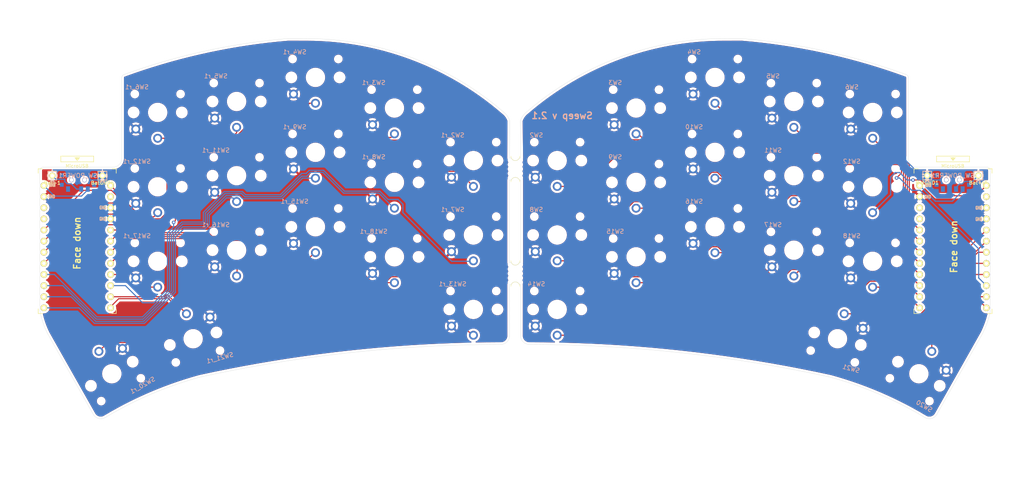
<source format=kicad_pcb>
(kicad_pcb (version 20211014) (generator pcbnew)
  (layers (0 "F.Cu" signal) (31 "B.Cu" signal) (34 "B.Paste" user) (35 "F.Paste" user) (36 "B.SilkS" user "B.Silkscreen") (37 "F.SilkS" user "F.Silkscreen") (38 "B.Mask" user) (39 "F.Mask" user) (44 "Edge.Cuts" user))
  (net 0 "")
  (net 1 "BT+")
  (net 2 "gnd")
  (net 3 "vcc")
  (net 4 "Switch18")
  (net 5 "reset")
  (net 6 "Switch1")
  (net 7 "Switch2")
  (net 8 "Switch3")
  (net 9 "Switch4")
  (net 10 "Switch5")
  (net 11 "Switch6")
  (net 12 "Switch7")
  (net 13 "Switch8")
  (net 14 "Switch9")
  (net 15 "Switch10")
  (net 16 "Switch11")
  (net 17 "Switch12")
  (net 18 "Switch13")
  (net 19 "Switch14")
  (net 20 "Switch15")
  (net 21 "Switch16")
  (net 22 "Switch17")
  (net 23 "raw")
  (net 24 "BT+_r")
  (net 25 "Switch18_r")
  (net 26 "reset_r")
  (net 27 "Switch9_r")
  (net 28 "Switch10_r")
  (net 29 "Switch11_r")
  (net 30 "Switch12_r")
  (net 31 "Switch13_r")
  (net 32 "Switch14_r")
  (net 33 "Switch15_r")
  (net 34 "Switch16_r")
  (net 35 "Switch17_r")
  (net 36 "Switch1_r")
  (net 37 "Switch2_r")
  (net 38 "Switch3_r")
  (net 39 "Switch4_r")
  (net 40 "Switch5_r")
  (net 41 "Switch6_r")
  (net 42 "Switch7_r")
  (net 43 "Switch8_r")
  (net 44 "Net-(SW_POWERR1-Pad1)")
  (net 45 "Net-(SW_POWER1-Pad1)")
  (footprint "kbd:ProMicro_v3_min" (layer "F.Cu") (at 230.178 69.564)
    (fp_text reference "U1" hide)
    (fp_text value "ProMicro-kbd" hide)
  )
  (footprint "Kailh:SW_PG1350_nonrev_DPB" (layer "F.Cu") (at 175.856 64.516)
    (fp_text reference "SW16" hide)
    (fp_text value "SW_Push" hide)
  )
  (footprint "Kailh:SW_PG1350_nonrev_DPB" (layer "F.Cu") (at 222.386 98.082 150)
    (fp_text reference "SW20" hide)
    (fp_text value "SW_Push" hide)
  )
  (footprint "Kailh:SW_PG1350_nonrev_DPB" (layer "F.Cu") (at 157.856 71.374)
    (fp_text reference "SW15" hide)
    (fp_text value "SW_Push" hide)
  )
  (footprint "Kailh:SW_PG1350_nonrev_DPB" (layer "F.Cu") (at 203.826 90.082 165)
    (fp_text reference "SW21" hide)
    (fp_text value "SW_Push" hide)
  )
  (footprint "Kailh:SW_PG1350_nonrev_DPB" (layer "F.Cu") (at 193.856 69.85)
    (fp_text reference "SW17" hide)
    (fp_text value "SW_Push" hide)
  )
  (footprint "Kailh:SW_PG1350_nonrev_DPB" (layer "F.Cu") (at 211.836 72.39)
    (fp_text reference "SW18" hide)
    (fp_text value "SW_Push" hide)
  )
  (footprint "Kailh:SW_PG1350_nonrev_DPB" (layer "F.Cu") (at 175.856 30.382)
    (fp_text reference "SW4" hide)
    (fp_text value "SW_Push" hide)
  )
  (footprint "Kailh:SW_PG1350_nonrev_DPB" (layer "F.Cu") (at 157.856 37.382)
    (fp_text reference "SW3" hide)
    (fp_text value "SW_Push" hide)
  )
  (footprint "Kailh:SW_PG1350_nonrev_DPB" (layer "F.Cu") (at 157.856 54.356)
    (fp_text reference "SW9" hide)
    (fp_text value "SW_Push" hide)
  )
  (footprint "Kailh:SW_PG1350_nonrev_DPB" (layer "F.Cu") (at 139.856 83.382)
    (fp_text reference "SW14" hide)
    (fp_text value "SW_Push" hide)
  )
  (footprint "Kailh:SW_PG1350_nonrev_DPB" (layer "F.Cu") (at 211.836 55.372)
    (fp_text reference "SW12" hide)
    (fp_text value "SW_Push" hide)
  )
  (footprint "Kailh:SW_PG1350_nonrev_DPB" (layer "F.Cu") (at 193.856 52.832)
    (fp_text reference "SW11" hide)
    (fp_text value "SW_Push" hide)
  )
  (footprint "Kailh:SW_PG1350_nonrev_DPB" (layer "F.Cu") (at 139.856 66.382)
    (fp_text reference "SW8" hide)
    (fp_text value "SW_Push" hide)
  )
  (footprint "Kailh:SW_PG1350_nonrev_DPB" (layer "F.Cu") (at 211.856 38.382)
    (fp_text reference "SW6" hide)
    (fp_text value "SW_Push" hide)
  )
  (footprint "Kailh:SW_PG1350_nonrev_DPB" (layer "F.Cu") (at 193.856 35.882)
    (fp_text reference "SW5" hide)
    (fp_text value "SW_Push" hide)
  )
  (footprint "Kailh:SW_PG1350_nonrev_DPB" (layer "F.Cu") (at 139.856 49.382)
    (fp_text reference "SW2" hide)
    (fp_text value "SW_Push" hide)
  )
  (footprint "Duckyb-Parts:mouse-bite-5mm-slot-with-space-for-track" (layer "F.Cu") (at 130.302 51.308)
    (fp_text reference "mouse-bite-2mm-slot" hide)
    (fp_text value "VAL**" hide)
  )
  (footprint "Duckyb-Parts:mouse-bite-5mm-slot-with-space-for-track" (layer "F.Cu") (at 130.302 75.184)
    (fp_text reference "mouse-bite-2mm-slot" hide)
    (fp_text value "VAL**" hide)
  )
  (footprint "Kailh:SW_PG1350_nonrev_DPB" (layer "F.Cu") (at 175.856 47.498)
    (fp_text reference "SW10" hide)
    (fp_text value "SW_Push" hide)
  )
  (footprint "kbd:1pin_conn" (layer "F.Cu") (at 235.966 52.8)
    (fp_text reference "Bat+r1")
    (fp_text value "MountingHole_Pad" hide)
  )
  (footprint "kbd:1pin_conn" (layer "F.Cu") (at 224.282 52.8)
    (fp_text reference "BatGND1")
    (fp_text value "MountingHole_Pad" hide)
  )
  (footprint "kbd:ProMicro_v3_min" (layer "F.Cu") (at 30.326 69.564)
    (fp_text reference "U2" hide)
    (fp_text value "ProMicro-kbd" hide)
  )
  (footprint "Kailh:SW_PG1350_nonrev_DPB" (layer "F.Cu") (at 48.686 72.39)
    (fp_text reference "SW17_r1" hide)
    (fp_text value "SW_Push" hide)
  )
  (footprint "Kailh:SW_PG1350_nonrev_DPB" (layer "F.Cu") (at 66.7 52.832)
    (fp_text reference "SW11_r1" hide)
    (fp_text value "SW_Push" hide)
  )
  (footprint "Kailh:SW_PG1350_nonrev_DPB" (layer "F.Cu") (at 84.688 64.516)
    (fp_text reference "SW15_r1" hide)
    (fp_text value "SW_Push" hide)
  )
  (footprint "Kailh:SW_PG1350_nonrev_DPB" (layer "F.Cu") (at 102.714 71.374)
    (fp_text reference "SW18_r1" hide)
    (fp_text value "SW_Push" hide)
  )
  (footprint "Kailh:SW_PG1350_nonrev_DPB" (layer "F.Cu") (at 48.686 38.382)
    (fp_text reference "SW6_r1" hide)
    (fp_text value "SW_Push" hide)
  )
  (footprint "Kailh:SW_PG1350_nonrev_DPB" (layer "F.Cu") (at 66.7 35.882)
    (fp_text reference "SW5_r1" hide)
    (fp_text value "SW_Push" hide)
  )
  (footprint "Kailh:SW_PG1350_nonrev_DPB" (layer "F.Cu") (at 120.732 49.382)
    (fp_text reference "SW2_r1" hide)
    (fp_text value "SW_Push" hide)
  )
  (footprint "Kailh:SW_PG1350_nonrev_DPB" (layer "F.Cu") (at 66.7 69.85)
    (fp_text reference "SW16_r1" hide)
    (fp_text value "SW_Push" hide)
  )
  (footprint "Kailh:SW_PG1350_nonrev_DPB" (layer "F.Cu") (at 84.688 30.382)
    (fp_text reference "SW4_r1" hide)
    (fp_text value "SW_Push" hide)
  )
  (footprint "Kailh:SW_PG1350_nonrev_DPB" (layer "F.Cu") (at 120.732 83.382)
    (fp_text reference "SW13_r1" hide)
    (fp_text value "SW_Push" hide)
  )
  (footprint "Kailh:SW_PG1350_nonrev_DPB" (layer "F.Cu") (at 48.686 55.372)
    (fp_text reference "SW12_r1" hide)
    (fp_text value "SW_Push" hide)
  )
  (footprint "Kailh:SW_PG1350_nonrev_DPB" (layer "F.Cu") (at 102.714 37.382)
    (fp_text reference "SW3_r1" hide)
    (fp_text value "SW_Push" hide)
  )
  (footprint "Kailh:SW_PG1350_nonrev_DPB" (layer "F.Cu") (at 102.714 54.356)
    (fp_text reference "SW8_r1" hide)
    (fp_text value "SW_Push" hide)
  )
  (footprint "Kailh:SW_PG1350_nonrev_DPB" (layer "F.Cu") (at 56.778 90.082 -165)
    (fp_text reference "SW21_r1" hide)
    (fp_text value "SW_Push" hide)
  )
  (footprint "Kailh:SW_PG1350_nonrev_DPB" (layer "F.Cu") (at 84.688 47.498)
    (fp_text reference "SW9_r1" hide)
    (fp_text value "SW_Push" hide)
  )
  (footprint "Kailh:SW_PG1350_nonrev_DPB" (layer "F.Cu") (at 38.218 98.082 -150)
    (fp_text reference "SW20_r1" hide)
    (fp_text value "SW_Push" hide)
  )
  (footprint "Kailh:SW_PG1350_nonrev_DPB" (layer "F.Cu") (at 120.732 66.382)
    (fp_text reference "SW7_r1" hide)
    (fp_text value "SW_Push" hide)
  )
  (footprint "kbd:1pin_conn" (layer "F.Cu") (at 36.068 52.832)
    (fp_text reference "BatGND4")
    (fp_text value "MountingHole_Pad" hide)
  )
  (footprint "kbd:1pin_conn" (layer "F.Cu") (at 24.638 52.832)
    (fp_text reference "Bat+1")
    (fp_text value "MountingHole_Pad" hide)
  )
  (footprint "Kailh:SPDT_C128955" (layer "B.Cu") (at 230.124 53.816 180)
    (fp_text reference "SW_POWERR1")
    (fp_text value "SW_SPDT")
  )
  (footprint "Kailh:SPDT_C128955" (layer "B.Cu") (at 30.48 53.816 180)
    (fp_text reference "SW_POWER1")
    (fp_text value "SW_SPDT")
  )
  (gr_line (start 131.5085 77.724) (end 131.506254 89.547024) (layer "Edge.Cuts") (width 0.05))
  (gr_line (start 220.004999 48.946165) (end 219.998045 30.439419) (layer "Edge.Cuts") (width 0.05))
  (gr_arc (start 226.446 107.451265) (mid 225.204995 108.32098) (end 223.714 108.05) (layer "Edge.Cuts") (width 0.05))
  (gr_arc (start 222.04 50.877083) (mid 220.627532 50.327882) (end 220.004999 48.946165) (layer "Edge.Cuts") (width 0.05))
  (gr_arc (start 182.067777 21.502679) (mid 201.091879 24.375764) (end 219.56329 29.758889) (layer "Edge.Cuts") (width 0.05))
  (gr_arc (start 132.893 38.265) (mid 153.988491 25.788881) (end 178.120389 21.508139) (layer "Edge.Cuts") (width 0.05))
  (gr_arc (start 237.938 50.877083) (mid 238.46833 51.096753) (end 238.688 51.627083) (layer "Edge.Cuts") (width 0.05))
  (gr_arc (start 131.466055 40.278702) (mid 132.022929 39.160882) (end 132.893 38.265) (layer "Edge.Cuts") (width 0.05))
  (gr_arc (start 133.544 91.383119) (mid 132.156573 90.874102) (end 131.506254 89.547024) (layer "Edge.Cuts") (width 0.05))
  (gr_arc (start 219.56329 29.758889) (mid 219.880079 30.035645) (end 219.998045 30.439419) (layer "Edge.Cuts") (width 0.05))
  (gr_arc (start 202.185134 98.863946) (mid 213.262488 102.723597) (end 223.714 108.05) (layer "Edge.Cuts") (width 0.05))
  (gr_line (start 222.04 50.877083) (end 237.938 50.877083) (layer "Edge.Cuts") (width 0.05))
  (gr_arc (start 133.544 91.383119) (mid 168.064442 93.289554) (end 202.185134 98.863946) (layer "Edge.Cuts") (width 0.05))
  (gr_line (start 238.688 58.42) (end 238.688 66.548) (layer "Edge.Cuts") (width 0.05))
  (gr_line (start 236.953304 88.85815) (end 226.446 107.451265) (layer "Edge.Cuts") (width 0.05))
  (gr_arc (start 238.69 83.85) (mid 237.980471 86.409149) (end 236.953304 88.85815) (layer "Edge.Cuts") (width 0.05))
  (gr_line (start 182.067777 21.502679) (end 178.120389 21.508139) (layer "Edge.Cuts") (width 0.05))
  (gr_line (start 238.688 51.627083) (end 238.688 58.42) (layer "Edge.Cuts") (width 0.05))
  (gr_line (start 131.466055 40.278702) (end 131.572 48.768) (layer "Edge.Cuts") (width 0.05))
  (gr_line (start 129.3495 48.768) (end 128.96 48.768) (layer "Edge.Cuts") (width 0.05))
  (gr_line (start 238.688 66.548) (end 238.688 75.438) (layer "Edge.Cuts") (width 0.05))
  (gr_line (start 238.688 75.438) (end 238.69 83.85) (layer "Edge.Cuts") (width 0.05))
  (gr_line (start 129.3495 72.644) (end 128.96 72.644) (layer "Edge.Cuts") (width 0.05))
  (gr_line (start 129.3495 53.848) (end 128.96 53.848) (layer "Edge.Cuts") (width 0.05))
  (gr_line (start 129.3495 77.724) (end 128.96 77.724) (layer "Edge.Cuts") (width 0.05))
  (gr_line (start 131.572 53.848) (end 131.572 72.644) (layer "Edge.Cuts") (width 0.05))
  (gr_line (start 78.412223 21.502679) (end 82.613611 21.508139) (layer "Edge.Cuts") (width 0.05))
  (gr_line (start 21.792 51.627083) (end 21.792 58.42) (layer "Edge.Cuts") (width 0.05))
  (gr_line (start 128.96 77.724) (end 128.975507 89.545022) (layer "Edge.Cuts") (width 0.05))
  (gr_arc (start 127.587 38.265) (mid 128.457071 39.160882) (end 129.013945 40.278702) (layer "Edge.Cuts") (width 0.05))
  (gr_arc (start 128.975507 89.545022) (mid 128.324689 90.873432) (end 126.936 91.383119) (layer "Edge.Cuts") (width 0.05))
  (gr_line (start 40.481999 48.949082) (end 40.481955 30.439419) (layer "Edge.Cuts") (width 0.05))
  (gr_line (start 21.792 66.548) (end 21.792 73.914) (layer "Edge.Cuts") (width 0.05))
  (gr_line (start 23.526696 88.85815) (end 34.034 107.451265) (layer "Edge.Cuts") (width 0.05))
  (gr_arc (start 40.481999 48.949082) (mid 39.859467 50.330799) (end 38.446998 50.88) (layer "Edge.Cuts") (width 0.05))
  (gr_arc (start 40.91671 29.758889) (mid 59.388121 24.375764) (end 78.412223 21.502679) (layer "Edge.Cuts") (width 0.05))
  (gr_arc (start 58.294866 98.863946) (mid 92.415558 93.289555) (end 126.936 91.383119) (layer "Edge.Cuts") (width 0.05))
  (gr_arc (start 23.526696 88.85815) (mid 22.464342 86.257311) (end 21.79 83.53) (layer "Edge.Cuts") (width 0.05))
  (gr_arc (start 21.792 51.627083) (mid 22.01167 51.096753) (end 22.542 50.877083) (layer "Edge.Cuts") (width 0.05))
  (gr_line (start 21.792 58.42) (end 21.792 66.548) (layer "Edge.Cuts") (width 0.05))
  (gr_arc (start 40.481955 30.439419) (mid 40.599921 30.035645) (end 40.91671 29.758889) (layer "Edge.Cuts") (width 0.05))
  (gr_arc (start 36.766 108.05) (mid 35.275005 108.32098) (end 34.034 107.451265) (layer "Edge.Cuts") (width 0.05))
  (gr_arc (start 82.613611 21.508139) (mid 106.610476 25.833455) (end 127.587 38.265) (layer "Edge.Cuts") (width 0.05))
  (gr_arc (start 36.766 108.05) (mid 47.217512 102.723597) (end 58.294866 98.863946) (layer "Edge.Cuts") (width 0.05))
  (gr_line (start 21.792 73.914) (end 21.79 83.53) (layer "Edge.Cuts") (width 0.05))
  (gr_line (start 128.96 53.848) (end 128.96 72.644) (layer "Edge.Cuts") (width 0.05))
  (gr_line (start 129.013945 40.278702) (end 128.96 48.768) (layer "Edge.Cuts") (width 0.05))
  (gr_line (start 131.5085 77.724) (end 131.2545 77.724) (layer "Edge.Cuts") (width 0.05))
  (gr_line (start 131.572 48.768) (end 131.2545 48.768) (layer "Edge.Cuts") (width 0.05))
  (gr_arc (start 129.349501 77.724) (mid 130.302 77.079127) (end 131.254499 77.724001) (layer "Edge.Cuts") (width 0.05))
  (gr_arc (start 129.349501 53.848) (mid 130.302 53.203127) (end 131.254499 53.848001) (layer "Edge.Cuts") (width 0.05))
  (gr_line (start 131.572 53.848) (end 131.2545 53.848) (layer "Edge.Cuts") (width 0.05))
  (gr_line (start 131.572 72.644) (end 131.2545 72.644) (layer "Edge.Cuts") (width 0.05))
  (gr_arc (start 131.254499 72.644) (mid 130.302 73.288873) (end 129.349501 72.643999) (layer "Edge.Cuts") (width 0.05))
  (gr_line (start 22.542 50.877083) (end 38.446998 50.88) (layer "Edge.Cuts") (width 0.05))
  (gr_arc (start 131.254499 48.768) (mid 130.302 49.412873) (end 129.349501 48.767999) (layer "Edge.Cuts") (width 0.05))
  (gr_text "Sweep v 2.1" (at 140.97 39.116) (layer "B.SilkS") (effects (font (size 1.5 1.5) (thickness 0.3)) (justify mirror)))
  (gr_text "RAW" (at 24.638 54.991) (layer "B.SilkS") (effects (font (size 0.75 0.5) (thickness 0.125)) (justify mirror)))
  (gr_text "GND" (at 36.138 62.741) (layer "B.SilkS") (effects (font (size 0.75 0.5) (thickness 0.125)) (justify mirror)))
  (gr_text "GND" (at 36.158 60.161) (layer "B.SilkS") (effects (font (size 0.75 0.5) (thickness 0.125)) (justify mirror)))
  (gr_text "GND" (at 24.508 57.631) (layer "B.SilkS") (effects (font (size 0.75 0.5) (thickness 0.125)) (justify mirror)))
  (gr_text "Face down" (at 230.378 69.056 90) (layer "F.SilkS") (effects (font (size 1.5 1.5) (thickness 0.3))))
  (gr_text "GND" (at 36.158 60.131) (layer "F.SilkS") (effects (font (size 0.75 0.5) (thickness 0.125))))
  (gr_text "GND" (at 36.138 62.711) (layer "F.SilkS") (effects (font (size 0.75 0.5) (thickness 0.125))))
  (gr_text "Face down" (at 30.3 68.26 90) (layer "F.SilkS") (effects (font (size 1.5 1.5) (thickness 0.3))))
  (gr_text "RAW" (at 24.608 54.991) (layer "F.SilkS") (effects (font (size 0.75 0.5) (thickness 0.125))))
  (gr_text "GND" (at 24.508 57.601) (layer "F.SilkS") (effects (font (size 0.75 0.5) (thickness 0.125))))
  (segment (start 24.638 52.832) (end 25.44275 53.63675) (width 0.25) (layer "B.Cu") (net 1))
  (segment (start 27.48325 54.15325) (end 28.005 54.675) (width 0.25) (layer "B.Cu") (net 1))
  (segment (start 27.48325 53.63675) (end 27.48325 54.15325) (width 0.25) (layer "B.Cu") (net 1))
  (segment (start 30.171 55.891) (end 31.23 55.891) (width 0.25) (layer "B.Cu") (net 1))
  (segment (start 25.44275 53.63675) (end 27.48325 53.63675) (width 0.25) (layer "B.Cu") (net 1))
  (segment (start 28.005 54.675) (end 28.955 54.675) (width 0.25) (layer "B.Cu") (net 1))
  (segment (start 28.955 54.675) (end 30.171 55.891) (width 0.25) (layer "B.Cu") (net 1))
  (segment (start 206.856 42.182) (end 212.252 42.182) (width 0.25) (layer "B.Cu") (net 2))
  (segment (start 212.252 42.182) (end 222.87 52.8) (width 0.25) (layer "B.Cu") (net 2))
  (segment (start 222.87 52.8) (end 224.282 52.8) (width 0.25) (layer "B.Cu") (net 2))
  (segment (start 196.53079 46.36602) (end 188.6032 46.36602) (width 0.25) (layer "F.Cu") (net 6))
  (segment (start 146.295954 55.282) (end 139.856 55.282) (width 0.25) (layer "F.Cu") (net 6))
  (segment (start 197.85878 47.69401) (end 196.53079 46.36602) (width 0.25) (layer "F.Cu") (net 6))
  (segment (start 205.994 50.292) (end 205.486 50.8) (width 0.25) (layer "F.Cu") (net 6))
  (segment (start 167.057719 43.732009) (end 164.03999 43.73201) (width 0.25) (layer "F.Cu") (net 6))
  (segment (start 188.6032 46.36602) (end 183.38518 41.148) (width 0.25) (layer "F.Cu") (net 6))
  (segment (start 217.678 50.292) (end 205.994 50.292) (width 0.25) (layer "F.Cu") (net 6))
  (segment (start 169.641728 41.148) (end 167.057719 43.732009) (width 0.25) (layer "F.Cu") (net 6))
  (segment (start 199.84001 47.69401) (end 197.85878 47.69401) (width 0.25) (layer "F.Cu") (net 6))
  (segment (start 218.41796 52.23204) (end 218.41796 51.03196) (width 0.25) (layer "F.Cu") (net 6))
  (segment (start 183.38518 41.148) (end 169.641728 41.148) (width 0.25) (layer "F.Cu") (net 6))
  (segment (start 217.3 53.35) (end 218.41796 52.23204) (width 0.25) (layer "F.Cu") (net 6))
  (segment (start 218.41796 51.03196) (end 217.678 50.292) (width 0.25) (layer "F.Cu") (net 6))
  (segment (start 164.03999 43.73201) (end 163.148999 44.623001) (width 0.25) (layer "F.Cu") (net 6))
  (segment (start 205.486 50.8) (end 202.946 50.8) (width 0.25) (layer "F.Cu") (net 6))
  (segment (start 156.954953 44.623001) (end 146.295954 55.282) (width 0.25) (layer "F.Cu") (net 6))
  (segment (start 202.946 50.8) (end 199.84001 47.69401) (width 0.25) (layer "F.Cu") (net 6))
  (segment (start 163.148999 44.623001) (end 156.954953 44.623001) (width 0.25) (layer "F.Cu") (net 6))
  (via (at 217.3 53.35) (size 0.8) (drill 0.4) (layers "F.Cu" "B.Cu") (net 6))
  (segment (start 220.764511 56.172511) (end 222.662511 56.172511) (width 0.25) (layer "B.Cu") (net 6))
  (segment (start 217.942 53.35) (end 220.764511 56.172511) (width 0.25) (layer "B.Cu") (net 6))
  (segment (start 222.662511 56.172511) (end 236.04 69.55) (width 0.25) (layer "B.Cu") (net 6))
  (segment (start 236.04 69.55) (end 236.04 76.1966) (width 0.25) (layer "B.Cu") (net 6))
  (segment (start 236.04 76.1966) (end 237.7894 77.946) (width 0.25) (layer "B.Cu") (net 6))
  (segment (start 217.3 53.35) (end 217.942 53.35) (width 0.25) (layer "B.Cu") (net 6))
  (segment (start 162.962599 44.172991) (end 163.853591 43.282001) (width 0.25) (layer "F.Cu") (net 7))
  (segment (start 188.7896 45.91601) (end 196.71719 45.91601) (width 0.25) (layer "F.Cu") (net 7))
  (segment (start 183.51359 40.64) (end 188.7896 45.91601) (width 0.25) (layer "F.Cu") (net 7))
  (segment (start 169.513318 40.64) (end 183.51359 40.64) (width 0.25) (layer "F.Cu") (net 7))
  (segment (start 159.234991 44.172991) (end 162.962599 44.172991) (width 0.25) (layer "F.Cu") (net 7))
  (segment (start 158.344 43.282) (end 159.234991 44.172991) (width 0.25) (layer "F.Cu") (net 7))
  (segment (start 157.856 43.282) (end 158.344 43.282) (width 0.25) (layer "F.Cu") (net 7))
  (segment (start 205.933189 49.716401) (end 217.738119 49.716401) (width 0.25) (layer "F.Cu") (net 7))
  (segment (start 163.853591 43.282001) (end 166.871317 43.282001) (width 0.25) (layer "F.Cu") (net 7))
  (segment (start 218.86797 65.43797) (end 220.61208 67.18208) (width 0.25) (layer "F.Cu") (net 7))
  (segment (start 218.86797 65.43797) (end 218.86797 65.70597) (width 0.25) (layer "F.Cu") (net 7))
  (segment (start 196.71719 45.91601) (end 197.95559 47.15441) (width 0.25) (layer "F.Cu") (net 7))
  (segment (start 203.07441 50.292) (end 205.35759 50.292) (width 0.25) (layer "F.Cu") (net 7))
  (segment (start 205.35759 50.292) (end 205.933189 49.716401) (width 0.25) (layer "F.Cu") (net 7))
  (segment (start 198.46359 47.15441) (end 198.55318 47.244) (width 0.25) (layer "F.Cu") (net 7))
  (segment (start 197.95559 47.15441) (end 198.46359 47.15441) (width 0.25) (layer "F.Cu") (net 7))
  (segment (start 166.871317 43.282001) (end 169.513318 40.64) (width 0.25) (layer "F.Cu") (net 7))
  (segment (start 220.61208 70.90868) (end 222.5694 72.866) (width 0.25) (layer "F.Cu") (net 7))
  (segment (start 200.026411 47.244001) (end 203.07441 50.292) (width 0.25) (layer "F.Cu") (net 7))
  (segment (start 217.738119 49.716401) (end 218.86797 50.846252) (width 0.25) (layer "F.Cu") (net 7))
  (segment (start 198.55318 47.244) (end 200.026411 47.244001) (width 0.25) (layer "F.Cu") (net 7))
  (segment (start 220.61208 67.18208) (end 220.61208 70.90868) (width 0.25) (layer "F.Cu") (net 7))
  (segment (start 218.86797 50.846252) (end 218.86797 65.43797) (width 0.25) (layer "F.Cu") (net 7))
  (segment (start 179.76399 40.18999) (end 183.69999 40.18999) (width 0.25) (layer "F.Cu") (net 8))
  (segment (start 205.17119 49.84199) (end 205.746788 49.266392) (width 0.25) (layer "F.Cu") (net 8))
  (segment (start 217.923827 49.266392) (end 219.31798 50.660544) (width 0.25) (layer "F.Cu") (net 8))
  (segment (start 188.976 45.466) (end 196.90359 45.466) (width 0.25) (layer "F.Cu") (net 8))
  (segment (start 219.31798 50.660544) (end 219.31798 65.170297) (width 0.25) (layer "F.Cu") (net 8))
  (segment (start 200.20999 46.67801) (end 200.20999 46.79117) (width 0.25) (layer "F.Cu") (net 8))
  (segment (start 221.21 68.9666) (end 222.5694 70.326) (width 0.25) (layer "F.Cu") (net 8))
  (segment (start 198.1156 46.67801) (end 200.20999 46.67801) (width 0.25) (layer "F.Cu") (net 8))
  (segment (start 203.26081 49.84199) (end 205.17119 49.84199) (width 0.25) (layer "F.Cu") (net 8))
  (segment (start 219.31798 65.170297) (end 221.21 67.062318) (width 0.25) (layer "F.Cu") (net 8))
  (segment (start 200.20999 46.79117) (end 203.26081 49.84199) (width 0.25) (layer "F.Cu") (net 8))
  (segment (start 221.21 67.062318) (end 221.21 68.9666) (width 0.25) (layer "F.Cu") (net 8))
  (segment (start 205.746788 49.266392) (end 217.923827 49.266392) (width 0.25) (layer "F.Cu") (net 8))
  (segment (start 175.856 36.282) (end 179.76399 40.18999) (width 0.25) (layer "F.Cu") (net 8))
  (segment (start 183.69999 40.18999) (end 188.976 45.466) (width 0.25) (layer "F.Cu") (net 8))
  (segment (start 196.90359 45.466) (end 198.1156 46.67801) (width 0.25) (layer "F.Cu") (net 8))
  (segment (start 219.76799 64.98459) (end 222.5694 67.786) (width 0.25) (layer "F.Cu") (net 9))
  (segment (start 200.396391 46.228001) (end 200.66 46.49161) (width 0.25) (layer "F.Cu") (net 9))
  (segment (start 204.98479 49.39198) (end 205.560388 48.816382) (width 0.25) (layer "F.Cu") (net 9))
  (segment (start 198.302 46.228) (end 200.396391 46.228001) (width 0.25) (layer "F.Cu") (net 9))
  (segment (start 217.836382 48.816382) (end 218.109535 48.816382) (width 0.25) (layer "F.Cu") (net 9))
  (segment (start 193.856 41.782) (end 198.302 46.228) (width 0.25) (layer "F.Cu") (net 9))
  (segment (start 217.836382 48.816382) (end 217.836872 48.816872) (width 0.25) (layer "F.Cu") (net 9))
  (segment (start 219.76799 50.474836) (end 219.76799 64.98459) (width 0.25) (layer "F.Cu") (net 9))
  (segment (start 218.109535 48.816382) (end 219.76799 50.474836) (width 0.25) (layer "F.Cu") (net 9))
  (segment (start 203.44721 49.39198) (end 204.98479 49.39198) (width 0.25) (layer "F.Cu") (net 9))
  (segment (start 200.66 46.49161) (end 200.66 46.60477) (width 0.25) (layer "F.Cu") (net 9))
  (segment (start 205.560388 48.816382) (end 217.836382 48.816382) (width 0.25) (layer "F.Cu") (net 9))
  (segment (start 200.66 46.60477) (end 203.44721 49.39198) (width 0.25) (layer "F.Cu") (net 9))
  (segment (start 211.856 44.282) (end 215.940372 48.366372) (width 0.25) (layer "F.Cu") (net 10))
  (segment (start 220.218 50.28913) (end 220.218 62.8946) (width 0.25) (layer "F.Cu") (net 10))
  (segment (start 220.218 62.8946) (end 222.5694 65.246) (width 0.25) (layer "F.Cu") (net 10))
  (segment (start 218.295243 48.366372) (end 218.559055 48.630185) (width 0.25) (layer "F.Cu") (net 10))
  (segment (start 218.559055 48.630185) (end 220.218 50.28913) (width 0.25) (layer "F.Cu") (net 10))
  (segment (start 215.940372 48.366372) (end 218.295243 48.366372) (width 0.25) (layer "F.Cu") (net 10))
  (segment (start 176.598082 51.60699) (end 180.097546 55.106454) (width 0.25) (layer "F.Cu") (net 11))
  (segment (start 157.339659 58.787659) (end 159.117659 58.787659) (width 0.25) (layer "F.Cu") (net 11))
  (segment (start 159.117659 58.787659) (end 160.13599 59.80599) (width 0.25) (layer "F.Cu") (net 11))
  (segment (start 220.16256 72.99916) (end 222.5694 75.406) (width 0.25) (layer "F.Cu") (net 11))
  (segment (start 143.845318 72.282) (end 157.339659 58.787659) (width 0.25) (layer "F.Cu") (net 11))
  (segment (start 197.209801 56.490981) (end 205.858801 65.139981) (width 0.25) (layer "F.Cu") (net 11))
  (segment (start 192.78552 56.49098) (end 197.209801 56.490981) (width 0.25) (layer "F.Cu") (net 11))
  (segment (start 190.290508 58.98599) (end 192.78552 56.49098) (width 0.25) (layer "F.Cu") (net 11))
  (segment (start 180.097546 56.399546) (end 182.68399 58.98599) (width 0.25) (layer "F.Cu") (net 11))
  (segment (start 160.13599 59.80599) (end 166.738918 59.80599) (width 0.25) (layer "F.Cu") (net 11))
  (segment (start 220.037795 67.512897) (end 220.16256 67.637663) (width 0.25) (layer "F.Cu") (net 11))
  (segment (start 174.937919 51.606989) (end 176.598082 51.60699) (width 0.25) (layer "F.Cu") (net 11))
  (segment (start 220.16256 67.637663) (end 220.16256 72.99916) (width 0.25) (layer "F.Cu") (net 11))
  (segment (start 205.858801 65.139981) (end 217.665571 65.139981) (width 0.25) (layer "F.Cu") (net 11))
  (segment (start 217.665571 65.139981) (end 220.037795 67.512205) (width 0.25) (layer "F.Cu") (net 11))
  (segment (start 166.738918 59.80599) (end 174.937919 51.606989) (width 0.25) (layer "F.Cu") (net 11))
  (segment (start 139.856 72.282) (end 143.845318 72.282) (width 0.25) (layer "F.Cu") (net 11))
  (segment (start 180.097546 55.106454) (end 180.097546 56.399546) (width 0.25) (layer "F.Cu") (net 11))
  (segment (start 182.68399 58.98599) (end 190.290508 58.98599) (width 0.25) (layer "F.Cu") (net 11))
  (segment (start 220.037795 67.512205) (end 220.037795 67.512897) (width 0.25) (layer "F.Cu") (net 11))
  (segment (start 179.578 55.223318) (end 179.578 56.57159) (width 0.25) (layer "F.Cu") (net 12))
  (segment (start 217.479171 65.589991) (end 219.71304 67.82386) (width 0.25) (layer "F.Cu") (net 12))
  (segment (start 182.44241 59.436) (end 190.476908 59.436) (width 0.25) (layer "F.Cu") (net 12))
  (segment (start 219.71304 67.82386) (end 219.71304 75.08964) (width 0.25) (layer "F.Cu") (net 12))
  (segment (start 197.0234 56.94099) (end 205.6724 65.58999) (width 0.25) (layer "F.Cu") (net 12))
  (segment (start 192.971919 56.940989) (end 197.0234 56.94099) (width 0.25) (layer "F.Cu") (net 12))
  (segment (start 205.6724 65.58999) (end 217.479171 65.589991) (width 0.25) (layer "F.Cu") (net 12))
  (segment (start 219.71304 75.08964) (end 222.5694 77.946) (width 0.25) (layer "F.Cu") (net 12))
  (segment (start 175.124319 52.056999) (end 176.411681 52.056999) (width 0.25) (layer "F.Cu") (net 12))
  (segment (start 176.411681 52.056999) (end 179.578 55.223318) (width 0.25) (layer "F.Cu") (net 12))
  (segment (start 157.856 60.256) (end 166.925318 60.256) (width 0.25) (layer "F.Cu") (net 12))
  (segment (start 166.925318 60.256) (end 175.124319 52.056999) (width 0.25) (layer "F.Cu") (net 12))
  (segment (start 179.578 56.57159) (end 182.44241 59.436) (width 0.25) (layer "F.Cu") (net 12))
  (segment (start 190.476908 59.436) (end 192.971919 56.940989) (width 0.25) (layer "F.Cu") (net 12))
  (segment (start 196.836999 57.390999) (end 205.486 66.04) (width 0.25) (layer "F.Cu") (net 13))
  (segment (start 219.26352 68.01075) (end 219.26352 77.18012) (width 0.25) (layer "F.Cu") (net 13))
  (segment (start 175.768 53.398) (end 177.116272 53.398) (width 0.25) (layer "F.Cu") (net 13))
  (segment (start 217.29277 66.04) (end 219.26352 68.01075) (width 0.25) (layer "F.Cu") (net 13))
  (segment (start 177.116272 53.398) (end 179.12799 55.409718) (width 0.25) (layer "F.Cu") (net 13))
  (segment (start 219.26352 77.18012) (end 222.5694 80.486) (width 0.25) (layer "F.Cu") (net 13))
  (segment (start 205.486 66.04) (end 217.29277 66.04) (width 0.25) (layer "F.Cu") (net 13))
  (segment (start 193.158319 57.390999) (end 196.836999 57.390999) (width 0.25) (layer "F.Cu") (net 13))
  (segment (start 190.476317 60.073001) (end 193.158319 57.390999) (width 0.25) (layer "F.Cu") (net 13))
  (segment (start 182.443001 60.073001) (end 190.476317 60.073001) (width 0.25) (layer "F.Cu") (net 13))
  (segment (start 179.12799 55.409718) (end 179.12799 56.75799) (width 0.25) (layer "F.Cu") (net 13))
  (segment (start 179.12799 56.75799) (end 182.443001 60.073001) (width 0.25) (layer "F.Cu") (net 13))
  (segment (start 215.646 66.548) (end 216.916 66.548) (width 0.25) (layer "F.Cu") (net 14))
  (segment (start 196.650599 57.841009) (end 205.2996 66.49001) (width 0.25) (layer "F.Cu") (net 14))
  (segment (start 218.814 79.2706) (end 222.5694 83.026) (width 0.25) (layer "F.Cu") (net 14))
  (segment (start 218.814 68.446) (end 218.814 79.2706) (width 0.25) (layer "F.Cu") (net 14))
  (segment (start 216.916 66.548) (end 218.814 68.446) (width 0.25) (layer "F.Cu") (net 14))
  (segment (start 195.23884 58.732) (end 196.129831 57.841009) (width 0.25) (layer "F.Cu") (net 14))
  (segment (start 215.58801 66.49001) (end 215.646 66.548) (width 0.25) (layer "F.Cu") (net 14))
  (segment (start 205.2996 66.49001) (end 215.58801 66.49001) (width 0.25) (layer "F.Cu") (net 14))
  (segment (start 193.802 58.732) (end 195.23884 58.732) (width 0.25) (layer "F.Cu") (net 14))
  (segment (start 196.129831 57.841009) (end 196.650599 57.841009) (width 0.25) (layer "F.Cu") (net 14))
  (segment (start 222.842971 53.823011) (end 221.056989 53.823011) (width 0.25) (layer "F.Cu") (net 15))
  (segment (start 235.4554 57.42) (end 226.43996 57.42) (width 0.25) (layer "F.Cu") (net 15))
  (segment (start 237.7894 55.086) (end 235.4554 57.42) (width 0.25) (layer "F.Cu") (net 15))
  (segment (start 226.43996 57.42) (end 222.842971 53.823011) (width 0.25) (layer "F.Cu") (net 15))
  (via (at 221.056989 53.823011) (size 0.8) (drill 0.4) (layers "F.Cu" "B.Cu") (net 15))
  (segment (start 211.836 61.272) (end 213.359 59.749) (width 0.25) (layer "B.Cu") (net 15))
  (segment (start 215.95 53.15) (end 215.95 57.158) (width 0.25) (layer "B.Cu") (net 15))
  (segment (start 213.359 59.749) (end 213.489001 59.618999) (width 0.25) (layer "B.Cu") (net 15))
  (segment (start 216.98 52.12) (end 215.95 53.15) (width 0.25) (layer "B.Cu") (net 15))
  (segment (start 215.95 57.158) (end 213.359 59.749) (width 0.25) (layer "B.Cu") (net 15))
  (segment (start 221.056989 53.823011) (end 219.703011 53.823011) (width 0.25) (layer "B.Cu") (net 15))
  (segment (start 218 52.12) (end 216.98 52.12) (width 0.25) (layer "B.Cu") (net 15))
  (segment (start 219.703011 53.823011) (end 218 52.12) (width 0.25) (layer "B.Cu") (net 15))
  (segment (start 203.14201 74.10719) (end 203.14201 77.7916) (width 0.25) (layer "F.Cu") (net 16))
  (segment (start 148.18042 79.85442) (end 149.25358 78.78126) (width 0.25) (layer "F.Cu") (net 16))
  (segment (start 185.234659 71.188659) (end 185.234659 72.067341) (width 0.25) (layer "F.Cu") (net 16))
  (segment (start 149.95842 78.13358) (end 152.44126 78.13358) (width 0.25) (layer "F.Cu") (net 16))
  (segment (start 210.633118 75.598972) (end 213.424204 75.598972) (width 0.25) (layer "F.Cu") (net 16))
  (segment (start 152.44126 78.13358) (end 154.641841 75.932999) (width 0.25) (layer "F.Cu") (net 16))
  (segment (start 149.25358 78.78126) (end 149.31074 78.78126) (width 0.25) (layer "F.Cu") (net 16))
  (segment (start 189.113318 75.946) (end 190.348498 75.946) (width 0.25) (layer "F.Cu") (net 16))
  (segment (start 207.31812 78.91397) (end 210.633118 75.598972) (width 0.25) (layer "F.Cu") (net 16))
  (segment (start 215.27602 83.543042) (end 216.242978 84.51) (width 0.25) (layer "F.Cu") (net 16))
  (segment (start 139.856 89.282) (end 143.636 89.282) (width 0.25) (layer "F.Cu") (net 16))
  (segment (start 215.27602 77.450788) (end 215.27602 83.543042) (width 0.25) (layer "F.Cu") (net 16))
  (segment (start 232.5854 70.45) (end 232.48 70.45) (width 0.25) (layer "F.Cu") (net 16))
  (segment (start 148.18042 84.73758) (end 148.18042 79.85442) (width 0.25) (layer "F.Cu") (net 16))
  (segment (start 166.889546 70.854454) (end 172.708454 70.854454) (width 0.25) (layer "F.Cu") (net 16))
  (segment (start 174.937919 68.624989) (end 176.828989 68.624989) (width 0.25) (layer "F.Cu") (net 16))
  (segment (start 176.828989 68.624989) (end 177.719978 69.515978) (width 0.25) (layer "F.Cu") (net 16))
  (segment (start 202.418793 73.383973) (end 203.14201 74.10719) (width 0.25) (layer "F.Cu") (net 16))
  (segment (start 143.636 89.282) (end 148.18042 84.73758) (width 0.25) (layer "F.Cu") (net 16))
  (segment (start 203.14201 77.7916) (end 204.26438 78.91397) (width 0.25) (layer "F.Cu") (net 16))
  (segment (start 161.811001 75.932999) (end 166.889546 70.854454) (width 0.25) (layer "F.Cu") (net 16))
  (segment (start 149.31074 78.78126) (end 149.95842 78.13358) (width 0.25) (layer "F.Cu") (net 16))
  (segment (start 237.7894 65.246) (end 232.5854 70.45) (width 0.25) (layer "F.Cu") (net 16))
  (segment (start 177.719978 69.515978) (end 183.561978 69.515978) (width 0.25) (layer "F.Cu") (net 16))
  (segment (start 185.234659 72.067341) (end 189.113318 75.946) (width 0.25) (layer "F.Cu") (net 16))
  (segment (start 222.68 84.51) (end 232.48 74.71) (width 0.25) (layer "F.Cu") (net 16))
  (segment (start 172.708454 70.854454) (end 174.937919 68.624989) (width 0.25) (layer "F.Cu") (net 16))
  (segment (start 232.48 70.45) (end 232.48 74.71) (width 0.25) (layer "F.Cu") (net 16))
  (segment (start 213.424204 75.598972) (end 215.27602 77.450788) (width 0.25) (layer "F.Cu") (net 16))
  (segment (start 192.910526 73.383972) (end 202.418793 73.383973) (width 0.25) (layer "F.Cu") (net 16))
  (segment (start 216.242978 84.51) (end 222.68 84.51) (width 0.25) (layer "F.Cu") (net 16))
  (segment (start 154.641841 75.932999) (end 161.811001 75.932999) (width 0.25) (layer "F.Cu") (net 16))
  (segment (start 204.26438 78.91397) (end 207.31812 78.91397) (width 0.25) (layer "F.Cu") (net 16))
  (segment (start 183.561978 69.515978) (end 185.234659 71.188659) (width 0.25) (layer "F.Cu") (net 16))
  (segment (start 190.348498 75.946) (end 192.910526 73.383972) (width 0.25) (layer "F.Cu") (net 16))
  (segment (start 237.714572 68.326) (end 237.9894 68.326) (width 0.25) (layer "F.Cu") (net 17))
  (segment (start 175.124319 69.074999) (end 176.543001 69.074999) (width 0.25) (layer "F.Cu") (net 17))
  (segment (start 183.272012 69.965988) (end 183.375578 69.965988) (width 0.25) (layer "F.Cu") (net 17))
  (segment (start 176.543001 69.074999) (end 176.543001 69.101001) (width 0.25) (layer "F.Cu") (net 17))
  (segment (start 188.926918 76.39601) (end 190.534898 76.39601) (width 0.25) (layer "F.Cu") (net 17))
  (segment (start 183.272009 69.965991) (end 183.272012 69.965988) (width 0.25) (layer "F.Cu") (net 17))
  (segment (start 177.40799 69.96599) (end 178.298401 69.965991) (width 0.25) (layer "F.Cu") (net 17))
  (segment (start 178.298401 69.965991) (end 183.272009 69.965991) (width 0.25) (layer "F.Cu") (net 17))
  (segment (start 161.10641 77.274) (end 167.075946 71.304464) (width 0.25) (layer "F.Cu") (net 17))
  (segment (start 190.534898 76.39601) (end 193.096926 73.833982) (width 0.25) (layer "F.Cu") (net 17))
  (segment (start 193.096926 73.833982) (end 202.232392 73.833982) (width 0.25) (layer "F.Cu") (net 17))
  (segment (start 157.856 77.274) (end 161.10641 77.274) (width 0.25) (layer "F.Cu") (net 17))
  (segment (start 202.496002 74.097592) (end 202.496002 74.480002) (width 0.25) (layer "F.Cu") (net 17))
  (segment (start 202.232392 73.833982) (end 202.496002 74.097592) (width 0.25) (layer "F.Cu") (net 17))
  (segment (start 167.075946 71.304464) (end 172.894854 71.304464) (width 0.25) (layer "F.Cu") (net 17))
  (segment (start 172.894854 71.304464) (end 175.124319 69.074999) (width 0.25) (layer "F.Cu") (net 17))
  (segment (start 183.375578 69.965988) (end 184.784649 71.375059) (width 0.25) (layer "F.Cu") (net 17))
  (segment (start 184.784649 72.253741) (end 188.926918 76.39601) (width 0.25) (layer "F.Cu") (net 17))
  (segment (start 202.496002 74.363998) (end 202.496002 74.480002) (width 0.25) (layer "F.Cu") (net 17))
  (segment (start 176.543001 69.101001) (end 177.40799 69.96599) (width 0.25) (layer "F.Cu") (net 17))
  (segment (start 184.784649 71.375059) (end 184.784649 72.253741) (width 0.25) (layer "F.Cu") (net 17))
  (segment (start 214.82601 77.637188) (end 213.237803 76.048981) (width 0.25) (layer "F.Cu") (net 17))
  (segment (start 232.92952 74.896198) (end 222.866198 84.95952) (width 0.25) (layer "F.Cu") (net 17))
  (segment (start 214.82601 83.72875) (end 214.82601 77.637188) (width 0.25) (layer "F.Cu") (net 17))
  (segment (start 237.7894 67.786) (end 232.92952 72.64588) (width 0.25) (layer "F.Cu") (net 17))
  (segment (start 213.237803 76.048981) (end 210.81952 76.04898) (width 0.25) (layer "F.Cu") (net 17))
  (segment (start 207.50452 79.36398) (end 204.07798 79.36398) (width 0.25) (layer "F.Cu") (net 17))
  (segment (start 202.496002 77.782002) (end 202.496002 74.480002) (width 0.25) (layer "F.Cu") (net 17))
  (segment (start 210.81952 76.04898) (end 207.50452 79.36398) (width 0.25) (layer "F.Cu") (net 17))
  (segment (start 222.866198 84.95952) (end 216.05678 84.95952) (width 0.25) (layer "F.Cu") (net 17))
  (segment (start 204.07798 79.36398) (end 202.496002 77.782002) (width 0.25) (layer "F.Cu") (net 17))
  (segment (start 216.05678 84.95952) (end 214.82601 83.72875) (width 0.25) (layer "F.Cu") (net 17))
  (segment (start 232.92952 72.64588) (end 232.92952 74.896198) (width 0.25) (layer "F.Cu") (net 17))
  (segment (start 175.768 70.416) (end 182.938 70.416) (width 0.25) (layer "F.Cu") (net 18))
  (segment (start 184.33464 72.440142) (end 188.740518 76.84602) (width 0.25) (layer "F.Cu") (net 18))
  (segment (start 211.005919 76.498989) (end 213.051402 76.49899) (width 0.25) (layer "F.Cu") (net 18))
  (segment (start 184.334639 71.812639) (end 184.33464 72.440142) (width 0.25) (layer "F.Cu") (net 18))
  (segment (start 214.376 83.914458) (end 215.870582 85.40904) (width 0.25) (layer "F.Cu") (net 18))
  (segment (start 188.740518 76.84602) (end 190.721298 76.84602) (width 0.25) (layer "F.Cu") (net 18))
  (segment (start 235.885118 70.326) (end 237.7894 70.326) (width 0.25) (layer "F.Cu") (net 18))
  (segment (start 215.870582 85.40904) (end 223.052396 85.40904) (width 0.25) (layer "F.Cu") (net 18))
  (segment (start 214.376 77.823588) (end 214.376 83.914458) (width 0.25) (layer "F.Cu") (net 18))
  (segment (start 207.690918 79.81399) (end 211.005919 76.498989) (width 0.25) (layer "F.Cu") (net 18))
  (segment (start 202.045992 74.283992) (end 202.045992 78.093992) (width 0.25) (layer "F.Cu") (net 18))
  (segment (start 182.938 70.416) (end 184.334639 71.812639) (width 0.25) (layer "F.Cu") (net 18))
  (segment (start 233.37904 72.832078) (end 235.885118 70.326) (width 0.25) (layer "F.Cu") (net 18))
  (segment (start 193.283326 74.283992) (end 202.045992 74.283992) (width 0.25) (layer "F.Cu") (net 18))
  (segment (start 213.051402 76.49899) (end 214.376 77.823588) (width 0.25) (layer "F.Cu") (net 18))
  (segment (start 233.37904 75.082396) (end 233.37904 72.832078) (width 0.25) (layer "F.Cu") (net 18))
  (segment (start 203.76599 79.81399) (end 207.690918 79.81399) (width 0.25) (layer "F.Cu") (net 18))
  (segment (start 223.052396 85.40904) (end 233.37904 75.082396) (width 0.25) (layer "F.Cu") (net 18))
  (segment (start 202.045992 78.093992) (end 203.76599 79.81399) (width 0.25) (layer "F.Cu") (net 18))
  (segment (start 190.721298 76.84602) (end 193.283326 74.283992) (width 0.25) (layer "F.Cu") (net 18))
  (segment (start 233.94 73.72) (end 234.794 72.866) (width 0.25) (layer "F.Cu") (net 19))
  (segment (start 212.865001 76.948999) (end 213.903205 77.987203) (width 0.25) (layer "F.Cu") (net 19))
  (segment (start 193.802 75.75) (end 194.817999 74.734001) (width 0.25) (layer "F.Cu") (net 19))
  (segment (start 233.94 75.157153) (end 233.94 73.72) (width 0.25) (layer "F.Cu") (net 19))
  (segment (start 207.877318 80.264) (end 211.192319 76.948999) (width 0.25) (layer "F.Cu") (net 19))
  (segment (start 234.794 72.866) (end 237.7894 72.866) (width 0.25) (layer "F.Cu") (net 19))
  (segment (start 194.817999 74.734001) (end 201.480001 74.734001) (width 0.25) (layer "F.Cu") (net 19))
  (segment (start 201.480001 78.173999) (end 203.570002 80.264) (width 0.25) (layer "F.Cu") (net 19))
  (segment (start 201.480001 74.734001) (end 201.480001 78.173999) (width 0.25) (layer "F.Cu") (net 19))
  (segment (start 211.192319 76.948999) (end 212.865001 76.948999) (width 0.25) (layer "F.Cu") (net 19))
  (segment (start 213.903205 84.07738) (end 215.684385 85.85856) (width 0.25) (layer "F.Cu") (net 19))
  (segment (start 213.903205 77.987203) (end 213.903205 84.07738) (width 0.25) (layer "F.Cu") (net 19))
  (segment (start 215.684385 85.85856) (end 223.238593 85.85856) (width 0.25) (layer "F.Cu") (net 19))
  (segment (start 223.238593 85.85856) (end 233.94 75.157153) (width 0.25) (layer "F.Cu") (net 19))
  (segment (start 203.570002 80.264) (end 207.877318 80.264) (width 0.25) (layer "F.Cu") (net 19))
  (segment (start 234.326871 75.406) (end 229.696435 80.036436) (width 0.25) (layer "F.Cu") (net 20))
  (segment (start 213.453685 78.470845) (end 213.453685 84.263577) (width 0.25) (layer "F.Cu") (net 20))
  (segment (start 213.27284 78.29) (end 213.453685 78.470845) (width 0.25) (layer "F.Cu") (net 20))
  (segment (start 237.7894 75.406) (end 234.326871 75.406) (width 0.25) (layer "F.Cu") (net 20))
  (segment (start 213.453685 84.263577) (end 215.498188 86.30808) (width 0.25) (layer "F.Cu") (net 20))
  (segment (start 215.498188 86.30808) (end 223.424791 86.30808) (width 0.25) (layer "F.Cu") (net 20))
  (segment (start 211.836 78.29) (end 213.27284 78.29) (width 0.25) (layer "F.Cu") (net 20))
  (segment (start 223.424791 86.30808) (end 230.156436 79.576436) (width 0.25) (layer "F.Cu") (net 20))
  (segment (start 229.88259 80.486) (end 223.610988 86.7576) (width 0.25) (layer "F.Cu") (net 21))
  (segment (start 237.7894 80.486) (end 229.88259 80.486) (width 0.25) (layer "F.Cu") (net 21))
  (segment (start 215.311991 86.7576) (end 212.937428 84.383038) (width 0.25) (layer "F.Cu") (net 21))
  (segment (start 212.937428 84.383038) (end 205.353032 84.383038) (width 0.25) (layer "F.Cu") (net 21))
  (segment (start 223.610988 86.7576) (end 215.311991 86.7576) (width 0.25) (layer "F.Cu") (net 21))
  (segment (start 225.336 92.97245) (end 225.336 93.002) (width 0.25) (layer "F.Cu") (net 22))
  (segment (start 235.69892 80.93552) (end 237.7894 83.026) (width 0.25) (layer "F.Cu") (net 22))
  (segment (start 225.336 92.97245) (end 225.336 85.668306) (width 0.25) (layer "F.Cu") (net 22))
  (segment (start 230.068788 80.93552) (end 235.69892 80.93552) (width 0.25) (layer "F.Cu") (net 22))
  (segment (start 225.336 85.668306) (end 230.068788 80.93552) (width 0.25) (layer "F.Cu") (net 22))
  (segment (start 232.374 55.891) (end 232.374 56.316) (width 0.25) (layer "B.Cu") (net 23))
  (segment (start 32.73 55.891) (end 32.73 56.066) (width 0.25) (layer "B.Cu") (net 23))
  (segment (start 32.73 56.066) (end 31.306 57.49) (width 0.25) (layer "B.Cu") (net 23))
  (segment (start 31.306 57.49) (end 25.1214 57.49) (width 0.25) (layer "B.Cu") (net 23))
  (segment (start 25.1214 57.49) (end 22.7174 55.086) (width 0.25) (layer "B.Cu") (net 23))
  (segment (start 226.1434 58.66) (end 230.03 58.66) (width 0.25) (layer "B.Cu") (net 23))
  (segment (start 222.5694 55.086) (end 226.1434 58.66) (width 0.25) (layer "B.Cu") (net 23))
  (segment (start 232.374 56.316) (end 230.03 58.66) (width 0.25) (layer "B.Cu") (net 23))
  (segment (start 234.624511 54.141489) (end 232.858511 54.141489) (width 0.25) (layer "B.Cu") (net 24))
  (segment (start 232.285 54.715) (end 231.645 54.715) (width 0.25) (layer "B.Cu") (net 24))
  (segment (start 231.645 54.715) (end 230.874 55.486) (width 0.25) (layer "B.Cu") (net 24))
  (segment (start 235.966 52.8) (end 234.624511 54.141489) (width 0.25) (layer "B.Cu") (net 24))
  (segment (start 230.874 55.486) (end 230.874 55.891) (width 0.25) (layer "B.Cu") (net 24))
  (segment (start 232.858511 54.141489) (end 232.285 54.715) (width 0.25) (layer "B.Cu") (net 24))
  (segment (start 64.39041 57.912) (end 60.45471 61.8477) (width 0.25) (layer "B.Cu") (net 27))
  (segment (start 65.882 57.912) (end 64.39041 57.912) (width 0.25) (layer "B.Cu") (net 27))
  (segment (start 59.438818 65.024) (end 54.61 65.024) (width 0.25) (layer "B.Cu") (net 27))
  (segment (start 52.712 66.922) (end 52.712 79.432) (width 0.25) (layer "B.Cu") (net 27))
  (segment (start 45.664481 86.555519) (end 34.241129 86.555519) (width 0.25) (layer "B.Cu") (net 27))
  (segment (start 60.454709 64.008109) (end 59.438818 65.024) (width 0.25) (layer "B.Cu") (net 27))
  (segment (start 54.61 65.024) (end 52.712 66.922) (width 0.25) (layer "B.Cu") (net 27))
  (segment (start 30.71161 83.026) (end 22.7174 83.026) (width 0.25) (layer "B.Cu") (net 27))
  (segment (start 34.241129 86.555519) (end 30.71161 83.026) (width 0.25) (layer "B.Cu") (net 27))
  (segment (start 66.702 58.732) (end 65.882 57.912) (width 0.25) (layer "B.Cu") (net 27))
  (segment (start 52.712 79.432) (end 52.75 79.47) (width 0.25) (layer "B.Cu") (net 27))
  (segment (start 60.45471 61.8477) (end 60.454709 64.008109) (width 0.25) (layer "B.Cu") (net 27))
  (segment (start 52.75 79.47) (end 45.664481 86.555519) (width 0.25) (layer "B.Cu") (net 27))
  (segment (start 37.9374 55.086) (end 40.420659 57.569259) (width 0.25) (layer "F.Cu") (net 28))
  (segment (start 44.854328 62.24301) (end 47.79699 62.24301) (width 0.25) (layer "F.Cu") (net 28))
  (segment (start 40.420659 57.569259) (end 40.420659 57.809341) (width 0.25) (layer "F.Cu") (net 28))
  (segment (start 40.420659 57.809341) (end 44.854328 62.24301) (width 0.25) (layer "F.Cu") (net 28))
  (segment (start 47.79699 62.24301) (end 48.768 61.272) (width 0.25) (layer "F.Cu") (net 28))
  (segment (start 72.415745 66.724301) (end 72.823123 66.724303) (width 0.25) (layer "F.Cu") (net 29))
  (segment (start 101.081328 76.82399) (end 97.281308 76.82399) (width 0.25) (layer "F.Cu") (net 29))
  (segment (start 97.281308 76.82399) (end 91.127659 70.670341) (width 0.25) (layer "F.Cu") (net 29))
  (segment (start 116.103167 81.305167) (end 116.103167 81.254833) (width 0.25) (layer "F.Cu") (net 29))
  (segment (start 71.804301 66.724301) (end 72.415745 66.724301) (width 0.25) (layer "F.Cu") (net 29))
  (segment (start 72.415745 66.724301) (end 72.419047 66.720999) (width 0.25) (layer "F.Cu") (net 29))
  (segment (start 84.074 68.072) (end 81.534 70.612) (width 0.25) (layer "F.Cu") (net 29))
  (segment (start 116.103167 81.254833) (end 114.579167 81.254833) (width 0.25) (layer "F.Cu") (net 29))
  (segment (start 108.204 78.994) (end 105.142999 75.932999) (width 0.25) (layer "F.Cu") (net 29))
  (segment (start 61.136301 66.724301) (end 71.804301 66.724301) (width 0.25) (layer "F.Cu") (net 29))
  (segment (start 114.579167 81.254833) (end 112.318334 78.994) (width 0.25) (layer "F.Cu") (net 29))
  (segment (start 112.318334 78.994) (end 108.204 78.994) (width 0.25) (layer "F.Cu") (net 29))
  (segment (start 60.2523 65.8403) (end 61.136301 66.724301) (width 0.25) (layer "F.Cu") (net 29))
  (segment (start 101.972319 75.932999) (end 101.081328 76.82399) (width 0.25) (layer "F.Cu") (net 29))
  (segment (start 87.884 70.358) (end 85.598 68.072) (width 0.25) (layer "F.Cu") (net 29))
  (segment (start 90.80641 70.358) (end 87.884 70.358) (width 0.25) (layer "F.Cu") (net 29))
  (segment (start 116.814833 82.016833) (end 116.103167 81.305167) (width 0.25) (layer "F.Cu") (net 29))
  (segment (start 91.118751 70.670341) (end 90.80641 70.358) (width 0.25) (layer "F.Cu") (net 29))
  (segment (start 40.3317 65.8403) (end 60.2523 65.8403) (width 0.25) (layer "F.Cu") (net 29))
  (segment (start 81.534 70.612) (end 76.71082 70.612) (width 0.25) (layer "F.Cu") (net 29))
  (segment (start 85.598 68.072) (end 84.074 68.072) (width 0.25) (layer "F.Cu") (net 29))
  (segment (start 72.823121 66.724301) (end 71.804301 66.724301) (width 0.25) (layer "F.Cu") (net 29))
  (segment (start 105.142999 75.932999) (end 101.972319 75.932999) (width 0.25) (layer "F.Cu") (net 29))
  (segment (start 91.127659 70.670341) (end 91.118751 70.670341) (width 0.25) (layer "F.Cu") (net 29))
  (segment (start 120.65 89.466) (end 116.814833 85.630833) (width 0.25) (layer "F.Cu") (net 29))
  (segment (start 116.814833 85.630833) (end 116.814833 82.016833) (width 0.25) (layer "F.Cu") (net 29))
  (segment (start 76.71082 70.612) (end 72.823121 66.724301) (width 0.25) (layer "F.Cu") (net 29))
  (segment (start 40.3317 65.7783) (end 39.7994 65.246) (width 0.25) (layer "F.Cu") (net 29))
  (segment (start 40.3317 65.8403) (end 40.3317 65.7783) (width 0.25) (layer "F.Cu") (net 29))
  (segment (start 39.7994 65.246) (end 37.9374 65.246) (width 0.25) (layer "F.Cu") (net 29))
  (segment (start 97.086 77.274) (end 102.616 77.274) (width 0.25) (layer "F.Cu") (net 30))
  (segment (start 87.75559 70.866) (end 90.678 70.866) (width 0.25) (layer "F.Cu") (net 30))
  (segment (start 84.328 68.58) (end 85.46959 68.58) (width 0.25) (layer "F.Cu") (net 30))
  (segment (start 72.636722 67.174312) (end 76.58241 71.12) (width 0.25) (layer "F.Cu") (net 30))
  (segment (start 60.841689 67.174311) (end 72.636722 67.174312) (width 0.25) (layer "F.Cu") (net 30))
  (segment (start 85.46959 68.58) (end 87.75559 70.866) (width 0.25) (layer "F.Cu") (net 30))
  (segment (start 76.58241 71.12) (end 81.788 71.12) (width 0.25) (layer "F.Cu") (net 30))
  (segment (start 60.0659 66.29031) (end 60.841689 67.066099) (width 0.25) (layer "F.Cu") (net 30))
  (segment (start 90.678 70.866) (end 97.086 77.274) (width 0.25) (layer "F.Cu") (net 30))
  (segment (start 81.788 71.12) (end 84.328 68.58) (width 0.25) (layer "F.Cu") (net 30))
  (segment (start 60.841689 67.066099) (end 60.841689 67.174311) (width 0.25) (layer "F.Cu") (net 30))
  (segment (start 39.43309 66.29031) (end 37.9374 67.786) (width 0.25) (layer "F.Cu") (net 30))
  (segment (start 60.0659 66.29031) (end 39.43309 66.29031) (width 0.25) (layer "F.Cu") (net 30))
  (segment (start 72.450321 67.624321) (end 76.454 71.628) (width 0.25) (layer "F.Cu") (net 31))
  (segment (start 59.771288 66.74032) (end 60.645679 67.614711) (width 0.25) (layer "F.Cu") (net 31))
  (segment (start 60.645679 67.624321) (end 72.450321 67.624321) (width 0.25) (layer "F.Cu") (net 31))
  (segment (start 83.27 71.628) (end 84.736 70.162) (width 0.25) (layer "F.Cu") (net 31))
  (segment (start 60.645679 67.614711) (end 60.645679 67.624321) (width 0.25) (layer "F.Cu") (net 31))
  (segment (start 76.454 71.628) (end 83.27 71.628) (width 0.25) (layer "F.Cu") (net 31))
  (segment (start 59.771288 66.74032) (end 41.52308 66.74032) (width 0.25) (layer "F.Cu") (net 31))
  (segment (start 41.52308 66.74032) (end 37.9374 70.326) (width 0.25) (layer "F.Cu") (net 31))
  (segment (start 60.459279 68.074331) (end 63.756331 68.074331) (width 0.25) (layer "F.Cu") (net 32))
  (segment (start 63.756331 68.074331) (end 64.160167 68.478167) (width 0.25) (layer "F.Cu") (net 32))
  (segment (start 64.160167 71.221833) (end 66.802 73.863666) (width 0.25) (layer "F.Cu") (net 32))
  (segment (start 66.802 73.863666) (end 66.802 76.004) (width 0.25) (layer "F.Cu") (net 32))
  (segment (start 59.584888 67.19033) (end 59.584888 67.19994) (width 0.25) (layer "F.Cu") (net 32))
  (segment (start 64.160167 68.478167) (end 64.160167 71.221833) (width 0.25) (layer "F.Cu") (net 32))
  (segment (start 42.067474 67.212526) (end 39.919374 69.360626) (width 0.25) (layer "F.Cu") (net 32))
  (segment (start 39.919374 70.859374) (end 37.9374 72.841347) (width 0.25) (layer "F.Cu") (net 32))
  (segment (start 59.597474 67.212526) (end 42.067474 67.212526) (width 0.25) (layer "F.Cu") (net 32))
  (segment (start 59.597474 67.212526) (end 60.459279 68.074331) (width 0.25) (layer "F.Cu") (net 32))
  (segment (start 39.919374 69.360626) (end 39.919374 70.859374) (width 0.25) (layer "F.Cu") (net 32))
  (segment (start 37.9374 72.841347) (end 37.9374 72.866) (width 0.25) (layer "F.Cu") (net 32))
  (segment (start 59.584888 67.19994) (end 59.597474 67.212526) (width 0.25) (layer "F.Cu") (net 32))
  (segment (start 43.41 78.29) (end 40.526 75.406) (width 0.25) (layer "F.Cu") (net 33))
  (segment (start 43.41 78.29) (end 48.686 78.29) (width 0.25) (layer "F.Cu") (net 33))
  (segment (start 40.526 75.406) (end 37.9374 75.406) (width 0.25) (layer "F.Cu") (net 33))
  (segment (start 40.164 80.486) (end 40.164529 80.486529) (width 0.25) (layer "F.Cu") (net 34))
  (segment (start 50.13 80.486529) (end 50.548049 80.06848) (width 0.25) (layer "F.Cu") (net 34))
  (segment (start 50.81945 80.06848) (end 50.87793 80.01) (width 0.25) (layer "F.Cu") (net 34))
  (segment (start 55.250968 84.383038) (end 50.87793 80.01) (width 0.25) (layer "F.Cu") (net 34))
  (segment (start 40.164529 80.486529) (end 50.13 80.486529) (width 0.25) (layer "F.Cu") (net 34))
  (segment (start 40.164 80.486) (end 37.9374 80.486) (width 0.25) (layer "F.Cu") (net 34))
  (segment (start 50.548049 80.06848) (end 50.81945 80.06848) (width 0.25) (layer "F.Cu") (net 34))
  (segment (start 53.086 84.836) (end 53.086 82.85448) (width 0.25) (layer "F.Cu") (net 35))
  (segment (start 37.290348 90.950102) (end 46.971898 90.950102) (width 0.25) (layer "F.Cu") (net 35))
  (segment (start 35.268 92.97245) (end 37.290348 90.950102) (width 0.25) (layer "F.Cu") (net 35))
  (segment (start 53.086 82.85448) (end 50.74952 80.518) (width 0.25) (layer "F.Cu") (net 35))
  (segment (start 46.971898 90.950102) (end 53.086 84.836) (width 0.25) (layer "F.Cu") (net 35))
  (segment (start 37.9374 82.7826) (end 37.9374 83.026) (width 0.25) (layer "F.Cu") (net 35))
  (segment (start 50.331471 80.936049) (end 39.783951 80.936049) (width 0.25) (layer "F.Cu") (net 35))
  (segment (start 50.74952 80.518) (end 50.331471 80.936049) (width 0.25) (layer "F.Cu") (net 35))
  (segment (start 39.783951 80.936049) (end 37.9374 82.7826) (width 0.25) (layer "F.Cu") (net 35))
  (segment (start 120.732 55.282) (end 117.290999 51.840999) (width 0.25) (layer "F.Cu") (net 36))
  (segment (start 66.87005 44.86945) (end 59.98104 44.86945) (width 0.25) (layer "F.Cu") (net 36))
  (segment (start 58.54559 43.434) (end 54.102 43.434) (width 0.25) (layer "F.Cu") (net 36))
  (segment (start 96.97001 43.37601) (end 92.14401 43.37601) (width 0.25) (layer "F.Cu") (net 36))
  (segment (start 114.324999 51.840999) (end 107.188 44.704) (width 0.25) (layer "F.Cu") (net 36))
  (segment (start 98.298 44.704) (end 96.97001 43.37601) (width 0.25) (layer "F.Cu") (net 36))
  (segment (start 59.98104 44.86945) (end 58.54559 43.434) (width 0.25) (layer "F.Cu") (net 36))
  (segment (start 72.877502 38.862) (end 66.87005 44.86945) (width 0.25) (layer "F.Cu") (net 36))
  (segment (start 52.324 63.5) (end 52.324 63.5) (width 0.25) (layer "F.Cu") (net 36))
  (segment (start 92.14401 43.37601) (end 87.63 38.862) (width 0.25) (layer "F.Cu") (net 36))
  (segment (start 52.71602 44.81998) (end 52.71602 63.10798) (width 0.25) (layer "F.Cu") (net 36))
  (segment (start 117.290999 51.840999) (end 114.324999 51.840999) (width 0.25) (layer "F.Cu") (net 36))
  (segment (start 107.188 44.704) (end 98.298 44.704) (width 0.25) (layer "F.Cu") (net 36))
  (segment (start 87.63 38.862) (end 72.877502 38.862) (width 0.25) (layer "F.Cu") (net 36))
  (segment (start 54.102 43.434) (end 52.71602 44.81998) (width 0.25) (layer "F.Cu") (net 36))
  (segment (start 52.71602 63.10798) (end 52.324 63.5) (width 0.25) (layer "F.Cu") (net 36))
  (via (at 52.324 63.5) (size 0.8) (drill 0.4) (layers "F.Cu" "B.Cu") (net 36))
  (segment (start 52.324 64.516) (end 52.324 63.5) (width 0.25) (layer "B.Cu") (net 36))
  (segment (start 47.813564 81.863564) (end 45.233564 81.863564) (width 0.25) (layer "B.Cu") (net 36))
  (segment (start 50.995 65.845) (end 50.91392 65.92608) (width 0.25) (layer "B.Cu") (net 36))
  (segment (start 50.91392 65.92608) (end 50.91392 78.763208) (width 0.25) (layer "B.Cu") (net 36))
  (segment (start 45.233564 81.863564) (end 41.316 77.946) (width 0.25) (layer "B.Cu") (net 36))
  (segment (start 50.91392 78.763208) (end 47.813564 81.863564) (width 0.25) (layer "B.Cu") (net 36))
  (segment (start 41.316 77.946) (end 37.9374 77.946) (width 0.25) (layer "B.Cu") (net 36))
  (segment (start 50.995 65.845) (end 52.324 64.516) (width 0.25) (layer "B.Cu") (net 36))
  (segment (start 98.474301 44.118301) (end 101.877699 44.118301) (width 0.25) (layer "F.Cu") (net 37))
  (segment (start 72.823546 38.279546) (end 87.809546 38.279546) (width 0.25) (layer "F.Cu") (net 37))
  (segment (start 87.809546 38.279546) (end 92.456 42.926) (width 0.25) (layer "F.Cu") (net 37))
  (segment (start 92.456 42.926) (end 97.282 42.926) (width 0.25) (layer "F.Cu") (net 37))
  (segment (start 60.167442 44.419442) (end 66.683651 44.419441) (width 0.25) (layer "F.Cu") (net 37))
  (segment (start 52.26601 61.667902) (end 52.26601 44.51081) (width 0.25) (layer "F.Cu") (net 37))
  (segment (start 49.890865 64.043047) (end 52.26601 61.667902) (width 0.25) (layer "F.Cu") (net 37))
  (segment (start 58.674 42.926) (end 60.167442 44.419442) (width 0.25) (layer "F.Cu") (net 37))
  (segment (start 52.26601 44.51081) (end 53.85082 42.926) (width 0.25) (layer "F.Cu") (net 37))
  (segment (start 66.683651 44.419441) (end 72.823546 38.279546) (width 0.25) (layer "F.Cu") (net 37))
  (segment (start 53.85082 42.926) (end 58.674 42.926) (width 0.25) (layer "F.Cu") (net 37))
  (segment (start 97.282 42.926) (end 98.474301 44.118301) (width 0.25) (layer "F.Cu") (net 37))
  (segment (start 101.877699 44.118301) (end 102.714 43.282) (width 0.25) (layer "F.Cu") (net 37))
  (segment (start 44.136952 64.043048) (end 31.540352 64.043048) (width 0.25) (layer "F.Cu") (net 37))
  (segment (start 31.540352 64.043048) (end 22.7174 72.866) (width 0.25) (layer "F.Cu") (net 37))
  (segment (start 44.136952 64.043048) (end 49.890865 64.043047) (width 0.25) (layer "F.Cu") (net 37))
  (segment (start 41.887233 61.343481) (end 44.136791 63.593039) (width 0.25) (layer "F.Cu") (net 38))
  (segment (start 39.776519 61.343481) (end 41.887233 61.343481) (width 0.25) (layer "F.Cu") (net 38))
  (segment (start 83.272 36.282) (end 84.688 36.282) (width 0.25) (layer "F.Cu") (net 38))
  (segment (start 72.637146 37.829536) (end 81.804464 37.829536) (width 0.25) (layer "F.Cu") (net 38))
  (segment (start 53.66442 42.47599) (end 58.8604 42.47599) (width 0.25) (layer "F.Cu") (net 38))
  (segment (start 39.500511 61.619489) (end 39.776519 61.343481) (width 0.25) (layer "F.Cu") (net 38))
  (segment (start 30.84 62.2034) (end 30.845578 62.2034) (width 0.25) (layer "F.Cu") (net 38))
  (segment (start 51.816 61.481502) (end 51.816 44.32441) (width 0.25) (layer "F.Cu") (net 38))
  (segment (start 49.704464 63.593038) (end 51.816 61.481502) (width 0.25) (layer "F.Cu") (net 38))
  (segment (start 60.353842 43.969432) (end 66.49725 43.969432) (width 0.25) (layer "F.Cu") (net 38))
  (segment (start 31.429489 61.619489) (end 39.500511 61.619489) (width 0.25) (layer "F.Cu") (net 38))
  (segment (start 22.7174 70.326) (end 30.84 62.2034) (width 0.25) (layer "F.Cu") (net 38))
  (segment (start 51.816 44.32441) (end 53.66442 42.47599) (width 0.25) (layer "F.Cu") (net 38))
  (segment (start 44.136791 63.593039) (end 49.704464 63.593038) (width 0.25) (layer "F.Cu") (net 38))
  (segment (start 81.804464 37.829536) (end 83.272 36.362) (width 0.25) (layer "F.Cu") (net 38))
  (segment (start 30.845578 62.2034) (end 31.429489 61.619489) (width 0.25) (layer "F.Cu") (net 38))
  (segment (start 58.8604 42.47599) (end 60.353842 43.969432) (width 0.25) (layer "F.Cu") (net 38))
  (segment (start 83.272 36.362) (end 83.272 36.282) (width 0.25) (layer "F.Cu") (net 38))
  (segment (start 66.49725 43.969432) (end 72.637146 37.829536) (width 0.25) (layer "F.Cu") (net 38))
  (segment (start 59.0468 42.02598) (end 53.47802 42.02598) (width 0.25) (layer "F.Cu") (net 39))
  (segment (start 66.208576 43.519424) (end 60.540244 43.519424) (width 0.25) (layer "F.Cu") (net 39))
  (segment (start 66.7 41.782) (end 66.7 43.028) (width 0.25) (layer "F.Cu") (net 39))
  (segment (start 66.7 43.028) (end 66.208576 43.519424) (width 0.25) (layer "F.Cu") (net 39))
  (segment (start 49.518063 63.143029) (end 44.323191 63.143029) (width 0.25) (layer "F.Cu") (net 39))
  (segment (start 51.365991 44.138009) (end 51.36599 46.67801) (width 0.25) (layer "F.Cu") (net 39))
  (segment (start 51.36599 46.67801) (end 51.257511 46.786489) (width 0.25) (layer "F.Cu") (net 39))
  (segment (start 51.257511 61.403581) (end 49.518063 63.143029) (width 0.25) (layer "F.Cu") (net 39))
  (segment (start 60.540244 43.519424) (end 59.0468 42.02598) (width 0.25) (layer "F.Cu") (net 39))
  (segment (start 53.47802 42.02598) (end 51.365991 44.138009) (width 0.25) (layer "F.Cu") (net 39))
  (segment (start 51.257511 46.786489) (end 51.257511 61.403581) (width 0.25) (layer "F.Cu") (net 39))
  (segment (start 38.964511 59.079489) (end 38.979941 59.094919) (width 0.25) (layer "F.Cu") (net 39))
  (segment (start 44.323191 63.143029) (end 40.275081 59.094919) (width 0.25) (layer "F.Cu") (net 39))
  (segment (start 31.423911 59.079489) (end 22.7174 67.786) (width 0.25) (layer "F.Cu") (net 39))
  (segment (start 38.964511 59.079489) (end 31.423911 59.079489) (width 0.25) (layer "F.Cu") (net 39))
  (segment (start 38.979941 59.094919) (end 40.275081 59.094919) (width 0.25) (layer "F.Cu") (net 39))
  (segment (start 41.118425 59.152425) (end 38.138511 56.172511) (width 0.25) (layer "F.Cu") (net 40))
  (segment (start 49.331662 62.69302) (end 44.667928 62.69302) (width 0.25) (layer "F.Cu") (net 40))
  (segment (start 50.124 44.282) (end 50.807501 44.965501) (width 0.25) (layer "F.Cu") (net 40))
  (segment (start 50.807501 61.217181) (end 49.331662 62.69302) (width 0.25) (layer "F.Cu") (net 40))
  (segment (start 48.686 44.282) (end 50.124 44.282) (width 0.25) (layer "F.Cu") (net 40))
  (segment (start 38.138511 56.172511) (end 31.790889 56.172511) (width 0.25) (layer "F.Cu") (net 40))
  (segment (start 50.807501 44.965501) (end 50.807501 61.217181) (width 0.25) (layer "F.Cu") (net 40))
  (segment (start 31.790889 56.172511) (end 22.7174 65.246) (width 0.25) (layer "F.Cu") (net 40))
  (segment (start 41.127333 59.152425) (end 41.118425 59.152425) (width 0.25) (layer "F.Cu") (net 40))
  (segment (start 44.667928 62.69302) (end 41.127333 59.152425) (width 0.25) (layer "F.Cu") (net 40))
  (segment (start 101.254205 58.257795) (end 99.361399 56.364989) (width 0.25) (layer "B.Cu") (net 41))
  (segment (start 76.669701 57.188299) (end 68.746709 57.188299) (width 0.25) (layer "B.Cu") (net 41))
  (segment (start 82.55 52.324) (end 81.534 52.324) (width 0.25) (layer "B.Cu") (net 41))
  (segment (start 81.534 52.324) (end 76.669701 57.188299) (width 0.25) (layer "B.Cu") (net 41))
  (segment (start 54.179318 63.422682) (end 51.36344 66.23856) (width 0.25) (layer "B.Cu") (net 41))
  (segment (start 51.36344 78.949406) (end 45.222846 85.09) (width 0.25) (layer "B.Cu") (net 41))
  (segment (start 104.648 59.36559) (end 103.540205 58.257795) (width 0.25) (layer "B.Cu") (net 41))
  (segment (start 63.847146 56.471536) (end 59.104682 61.214) (width 0.25) (layer "B.Cu") (net 41))
  (segment (start 34.799436 85.09) (end 25.115436 75.406) (width 0.25) (layer "B.Cu") (net 41))
  (segment (start 104.618659 61.243341) (end 104.648 61.214) (width 0.25) (layer "B.Cu") (net 41))
  (segment (start 51.36344 66.23856) (end 51.36344 78.949406) (width 0.25) (layer "B.Cu") (net 41))
  (segment (start 68.029946 56.471536) (end 63.847146 56.471536) (width 0.25) (layer "B.Cu") (net 41))
  (segment (start 103.540205 58.257795) (end 101.254205 58.257795) (width 0.25) (layer "B.Cu") (net 41))
  (segment (start 25.115436 75.406) (end 22.7174 75.406) (width 0.25) (layer "B.Cu") (net 41))
  (segment (start 115.765318 72.39) (end 104.618659 61.243341) (width 0.25) (layer "B.Cu") (net 41))
  (segment (start 83.267011 51.606989) (end 82.55 52.324) (width 0.25) (layer "B.Cu") (net 41))
  (segment (start 86.533399 51.606989) (end 83.267011 51.606989) (width 0.25) (layer "B.Cu") (net 41))
  (segment (start 91.291399 56.364989) (end 86.533399 51.606989) (width 0.25) (layer "B.Cu") (net 41))
  (segment (start 68.746709 57.188299) (end 68.029946 56.471536) (width 0.25) (layer "B.Cu") (net 41))
  (segment (start 45.222846 85.09) (end 34.799436 85.09) (width 0.25) (layer "B.Cu") (net 41))
  (segment (start 120.65 72.39) (end 115.765318 72.39) (width 0.25) (layer "B.Cu") (net 41))
  (segment (start 104.648 61.214) (end 104.648 59.36559) (width 0.25) (layer "B.Cu") (net 41))
  (segment (start 59.104682 61.214) (end 59.104682 63.422682) (width 0.25) (layer "B.Cu") (net 41))
  (segment (start 59.104682 63.422682) (end 54.179318 63.422682) (width 0.25) (layer "B.Cu") (net 41))
  (segment (start 99.361399 56.364989) (end 91.291399 56.364989) (width 0.25) (layer "B.Cu") (net 41))
  (segment (start 81.54642 52.94799) (end 81.217205 53.277205) (width 0.25) (layer "B.Cu") (net 42))
  (segment (start 81.217205 53.277205) (end 77.09041 57.404) (width 0.25) (layer "B.Cu") (net 42))
  (segment (start 99.174999 56.814999) (end 91.104999 56.814999) (width 0.25) (layer "B.Cu") (net 42))
  (segment (start 91.104999 56.814999) (end 86.346999 52.056999) (width 0.25) (layer "B.Cu") (net 42))
  (segment (start 83.579001 52.056999) (end 82.68801 52.94799) (width 0.25) (layer "B.Cu") (net 42))
  (segment (start 102.616 60.256) (end 99.174999 56.814999) (width 0.25) (layer "B.Cu") (net 42))
  (segment (start 86.346999 52.056999) (end 83.579001 52.056999) (width 0.25) (layer "B.Cu") (net 42))
  (segment (start 82.68801 52.94799) (end 81.54642 52.94799) (width 0.25) (layer "B.Cu") (net 42))
  (segment (start 59.554692 61.4004) (end 64.033546 56.921546) (width 0.25) (layer "B.Cu") (net 42))
  (segment (start 45.299282 85.649282) (end 51.81296 79.135604) (width 0.25) (layer "B.Cu") (net 42))
  (segment (start 54.365718 63.872692) (end 59.291082 63.872692) (width 0.25) (layer "B.Cu") (net 42))
  (segment (start 51.81296 79.135604) (end 51.81296 66.42545) (width 0.25) (layer "B.Cu") (net 42))
  (segment (start 68.560309 57.638309) (end 76.856101 57.638309) (width 0.25) (layer "B.Cu") (net 42))
  (segment (start 51.81296 66.42545) (end 54.365718 63.872692) (width 0.25) (layer "B.Cu") (net 42))
  (segment (start 76.856101 57.638309) (end 77.280205 57.214205) (width 0.25) (layer "B.Cu") (net 42))
  (segment (start 67.843546 56.921546) (end 68.560309 57.638309) (width 0.25) (layer "B.Cu") (net 42))
  (segment (start 59.528465 63.635309) (end 59.554691 63.635309) (width 0.25) (layer "B.Cu") (net 42))
  (segment (start 34.671718 85.598) (end 45.248 85.598) (width 0.25) (layer "B.Cu") (net 42))
  (segment (start 22.7174 77.946) (end 27.019718 77.946) (width 0.25) (layer "B.Cu") (net 42))
  (segment (start 64.033546 56.921546) (end 67.843546 56.921546) (width 0.25) (layer "B.Cu") (net 42))
  (segment (start 45.248 85.598) (end 45.299282 85.649282) (width 0.25) (layer "B.Cu") (net 42))
  (segment (start 59.291082 63.872692) (end 59.528465 63.635309) (width 0.25) (layer "B.Cu") (net 42))
  (segment (start 59.554691 63.635309) (end 59.554692 61.4004) (width 0.25) (layer "B.Cu") (net 42))
  (segment (start 27.019718 77.946) (end 34.671718 85.598) (width 0.25) (layer "B.Cu") (net 42))
  (segment (start 60.0047 63.821708) (end 59.310408 64.516) (width 0.25) (layer "B.Cu") (net 43))
  (segment (start 84.836 53.398) (end 81.73282 53.398) (width 0.25) (layer "B.Cu") (net 43))
  (segment (start 64.275001 57.390999) (end 60.004701 61.661299) (width 0.25) (layer "B.Cu") (net 43))
  (segment (start 81.73282 53.398) (end 77.042501 58.088319) (width 0.25) (layer "B.Cu") (net 43))
  (segment (start 34.544001 86.105999) (end 32.31599 83.87799) (width 0.25) (layer "B.Cu") (net 43))
  (segment (start 52.26248 79.321802) (end 45.478283 86.105999) (width 0.25) (layer "B.Cu") (net 43))
  (segment (start 52.26248 66.61234) (end 52.26248 79.321802) (width 0.25) (layer "B.Cu") (net 43))
  (segment (start 77.042501 58.088319) (end 68.043001 58.088319) (width 0.25) (layer "B.Cu") (net 43))
  (segment (start 32.31599 83.87799) (end 28.924 80.486) (width 0.25) (layer "B.Cu") (net 43))
  (segment (start 60.004701 61.661299) (end 60.0047 63.821708) (width 0.25) (layer "B.Cu") (net 43))
  (segment (start 68.043001 58.088319) (end 67.345681 57.390999) (width 0.25) (layer "B.Cu") (net 43))
  (segment (start 45.478283 86.105999) (end 34.544001 86.105999) (width 0.25) (layer "B.Cu") (net 43))
  (segment (start 28.924 80.486) (end 22.7174 80.486) (width 0.25) (layer "B.Cu") (net 43))
  (segment (start 67.345681 57.390999) (end 64.275001 57.390999) (width 0.25) (layer "B.Cu") (net 43))
  (segment (start 54.35882 64.516) (end 52.26248 66.61234) (width 0.25) (layer "B.Cu") (net 43))
  (segment (start 59.310408 64.516) (end 54.35882 64.516) (width 0.25) (layer "B.Cu") (net 43))
  (zone (net 2) (net_name "gnd") (layer "F.Cu") (connect_pads (clearance 0.508)) (min_thickness 0.254) (fill yes (thermal_gap 0.508) (thermal_bridge_width 0.508))
    (polygon (pts (xy 15.24 15.24) (xy 243.84 15.24) (xy 243.84 119.38) (xy 15.24 119.38)))
  )
  (zone (net 2) (net_name "gnd") (layer "B.Cu") (connect_pads (clearance 0.508)) (min_thickness 0.254) (fill yes (thermal_gap 0.508) (thermal_bridge_width 0.508))
    (polygon (pts (xy 12.7 12.7) (xy 246.38 12.7) (xy 246.38 121.92) (xy 12.7 121.92)))
  )
)
</source>
